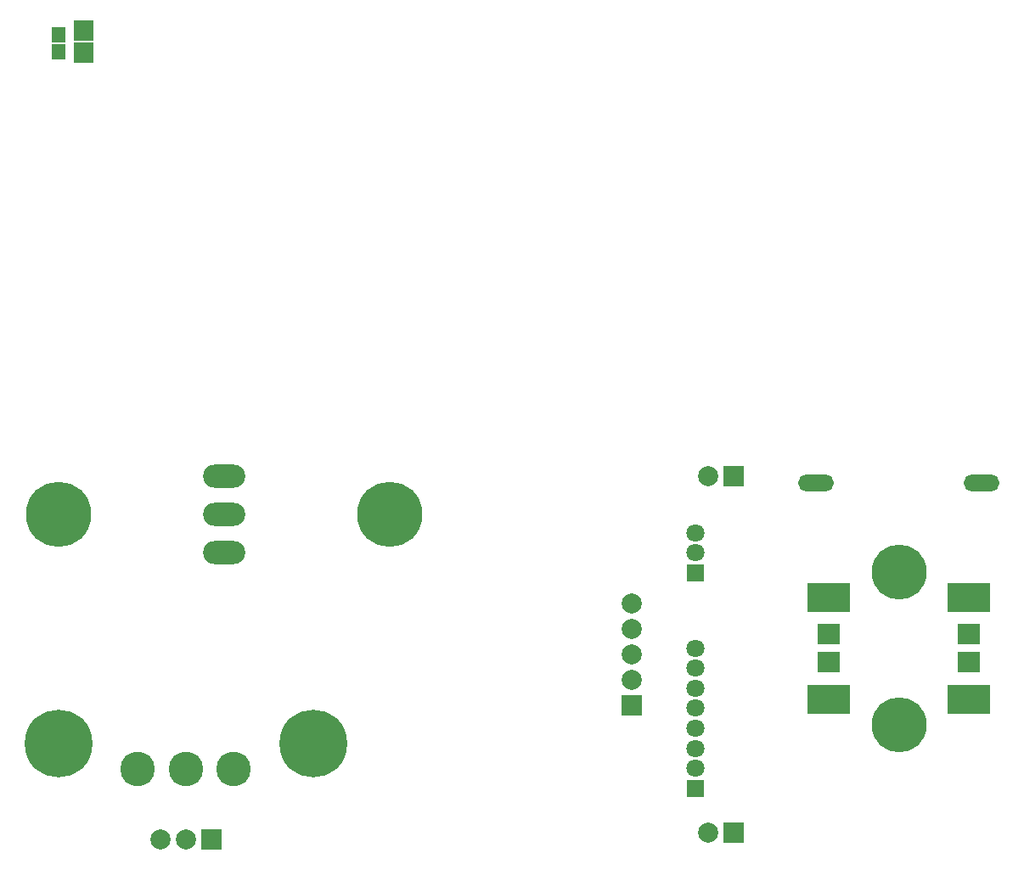
<source format=gbs>
G04 #@! TF.FileFunction,Soldermask,Bot*
%FSLAX46Y46*%
G04 Gerber Fmt 4.6, Leading zero omitted, Abs format (unit mm)*
G04 Created by KiCad (PCBNEW 4.0.7-e2-6376~60~ubuntu17.10.1) date Tue Aug 14 05:52:14 2018*
%MOMM*%
%LPD*%
G01*
G04 APERTURE LIST*
%ADD10C,0.350000*%
%ADD11O,4.210000X2.305000*%
%ADD12C,6.496000*%
%ADD13R,1.400000X1.500000*%
%ADD14R,0.750000X2.100000*%
%ADD15C,6.750000*%
%ADD16R,2.000000X2.000000*%
%ADD17C,2.000000*%
%ADD18C,3.448000*%
%ADD19C,5.480000*%
%ADD20R,4.210000X2.940000*%
%ADD21O,3.575000X1.670000*%
%ADD22R,2.200000X2.000000*%
%ADD23R,1.800000X1.800000*%
%ADD24C,1.800000*%
G04 APERTURE END LIST*
D10*
D11*
X120650000Y-107950000D03*
X120650000Y-111760000D03*
X120650000Y-115570000D03*
D12*
X137160000Y-111760000D03*
X104140000Y-111760000D03*
D13*
X104140000Y-63920000D03*
X104140000Y-65620000D03*
D14*
X106680000Y-65717600D03*
X106680000Y-63517600D03*
X107330000Y-63517600D03*
X107330000Y-65717600D03*
X106030000Y-65717600D03*
X106030000Y-63517600D03*
D15*
X129540000Y-134620000D03*
X104140000Y-134620000D03*
D16*
X119380000Y-144145000D03*
D17*
X116840000Y-144145000D03*
X114300000Y-144145000D03*
D18*
X121589800Y-137160000D03*
X116840000Y-137160000D03*
X112090200Y-137160000D03*
D19*
X187960000Y-132715000D03*
X187960000Y-117475000D03*
D20*
X180975000Y-120015000D03*
X180975000Y-130175000D03*
X194945000Y-120015000D03*
X194945000Y-130175000D03*
D21*
X179705000Y-108585000D03*
X196215000Y-108585000D03*
D22*
X194945000Y-123695000D03*
X194945000Y-126495000D03*
X180975000Y-123695000D03*
X180975000Y-126495000D03*
D16*
X171450000Y-143510000D03*
D17*
X168910000Y-143510000D03*
D16*
X171450000Y-107950000D03*
D17*
X168910000Y-107950000D03*
D23*
X167640000Y-139080000D03*
D24*
X167640000Y-137080000D03*
X167640000Y-135080000D03*
X167640000Y-133080000D03*
X167640000Y-131080000D03*
X167640000Y-129080000D03*
X167640000Y-127080000D03*
X167640000Y-125080000D03*
D23*
X167640000Y-117570000D03*
D24*
X167640000Y-115570000D03*
X167640000Y-113570000D03*
D16*
X161290000Y-130810000D03*
D17*
X161290000Y-128270000D03*
X161290000Y-125730000D03*
X161290000Y-123190000D03*
X161290000Y-120650000D03*
M02*

</source>
